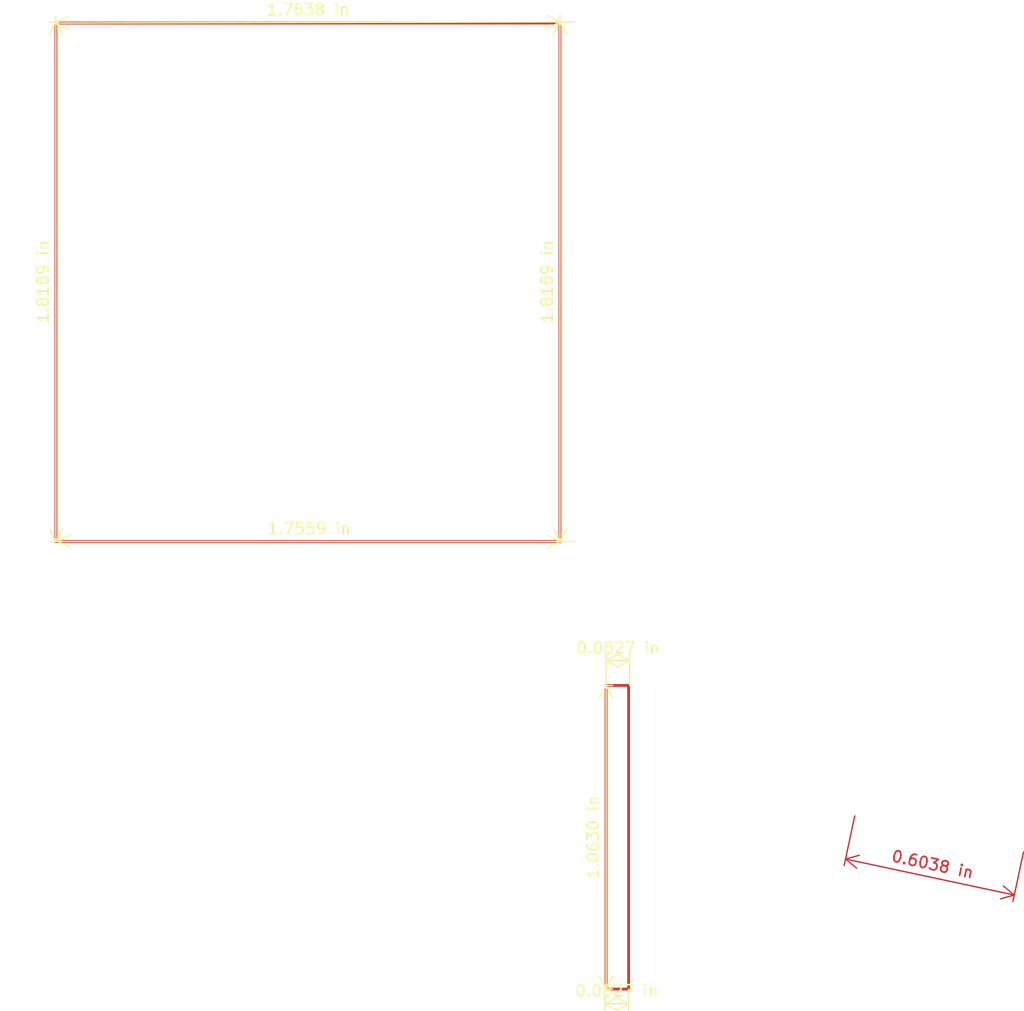
<source format=kicad_pcb>
(kicad_pcb (version 20171130) (host pcbnew "(5.1.2)-1")

  (general
    (thickness 1.6)
    (drawings 8)
    (tracks 8)
    (zones 0)
    (modules 0)
    (nets 1)
  )

  (page A4)
  (layers
    (0 F.Cu signal)
    (31 B.Cu signal)
    (32 B.Adhes user)
    (33 F.Adhes user)
    (34 B.Paste user)
    (35 F.Paste user)
    (36 B.SilkS user)
    (37 F.SilkS user)
    (38 B.Mask user)
    (39 F.Mask user)
    (40 Dwgs.User user)
    (41 Cmts.User user)
    (42 Eco1.User user)
    (43 Eco2.User user)
    (44 Edge.Cuts user)
    (45 Margin user)
    (46 B.CrtYd user)
    (47 F.CrtYd user)
    (48 B.Fab user)
    (49 F.Fab user)
  )

  (setup
    (last_trace_width 0.25)
    (trace_clearance 0.2)
    (zone_clearance 0.508)
    (zone_45_only no)
    (trace_min 0.2)
    (via_size 0.8)
    (via_drill 0.4)
    (via_min_size 0.4)
    (via_min_drill 0.3)
    (uvia_size 0.3)
    (uvia_drill 0.1)
    (uvias_allowed no)
    (uvia_min_size 0.2)
    (uvia_min_drill 0.1)
    (edge_width 0.05)
    (segment_width 0.2)
    (pcb_text_width 0.3)
    (pcb_text_size 1.5 1.5)
    (mod_edge_width 0.12)
    (mod_text_size 1 1)
    (mod_text_width 0.15)
    (pad_size 1.524 1.524)
    (pad_drill 0.762)
    (pad_to_mask_clearance 0.051)
    (solder_mask_min_width 0.25)
    (aux_axis_origin 0 0)
    (visible_elements 7FFFFFFF)
    (pcbplotparams
      (layerselection 0x010fc_ffffffff)
      (usegerberextensions false)
      (usegerberattributes false)
      (usegerberadvancedattributes false)
      (creategerberjobfile false)
      (excludeedgelayer true)
      (linewidth 0.100000)
      (plotframeref false)
      (viasonmask false)
      (mode 1)
      (useauxorigin false)
      (hpglpennumber 1)
      (hpglpenspeed 20)
      (hpglpendiameter 15.000000)
      (psnegative false)
      (psa4output false)
      (plotreference true)
      (plotvalue true)
      (plotinvisibletext false)
      (padsonsilk false)
      (subtractmaskfromsilk false)
      (outputformat 1)
      (mirror false)
      (drillshape 1)
      (scaleselection 1)
      (outputdirectory ""))
  )

  (net 0 "")

  (net_class Default "This is the default net class."
    (clearance 0.2)
    (trace_width 0.25)
    (via_dia 0.8)
    (via_drill 0.4)
    (uvia_dia 0.3)
    (uvia_drill 0.1)
  )

  (dimension 15.337536 (width 0.12) (layer F.Cu)
    (gr_text "15.338 mm" (at 168.316393 130.779408 348) (layer F.Cu)
      (effects (font (size 1 1) (thickness 0.15)))
    )
    (feature1 (pts (xy 176.9 127.3) (xy 175.959014 131.710873)))
    (feature2 (pts (xy 161.9 124.1) (xy 160.959014 128.510873)))
    (crossbar (pts (xy 161.081364 127.937357) (xy 176.081364 131.137357)))
    (arrow1a (pts (xy 176.081364 131.137357) (xy 174.857301 131.47584)))
    (arrow1b (pts (xy 176.081364 131.137357) (xy 175.102001 130.32881)))
    (arrow2a (pts (xy 161.081364 127.937357) (xy 162.060727 128.745904)))
    (arrow2b (pts (xy 161.081364 127.937357) (xy 162.305427 127.598874)))
  )
  (dimension 2.1 (width 0.12) (layer F.SilkS)
    (gr_text "2.100 mm" (at 140.85 109.03) (layer F.SilkS)
      (effects (font (size 1 1) (thickness 0.15)))
    )
    (feature1 (pts (xy 141.9 112.5) (xy 141.9 109.713579)))
    (feature2 (pts (xy 139.8 112.5) (xy 139.8 109.713579)))
    (crossbar (pts (xy 139.8 110.3) (xy 141.9 110.3)))
    (arrow1a (pts (xy 141.9 110.3) (xy 140.773496 110.886421)))
    (arrow1b (pts (xy 141.9 110.3) (xy 140.773496 109.713579)))
    (arrow2a (pts (xy 139.8 110.3) (xy 140.926504 110.886421)))
    (arrow2b (pts (xy 139.8 110.3) (xy 140.926504 109.713579)))
  )
  (dimension 2.1 (width 0.12) (layer F.SilkS)
    (gr_text "2.100 mm" (at 140.75 142.07) (layer F.SilkS)
      (effects (font (size 1 1) (thickness 0.15)))
    )
    (feature1 (pts (xy 141.8 139.5) (xy 141.8 141.386421)))
    (feature2 (pts (xy 139.7 139.5) (xy 139.7 141.386421)))
    (crossbar (pts (xy 139.7 140.8) (xy 141.8 140.8)))
    (arrow1a (pts (xy 141.8 140.8) (xy 140.673496 141.386421)))
    (arrow1b (pts (xy 141.8 140.8) (xy 140.673496 140.213579)))
    (arrow2a (pts (xy 139.7 140.8) (xy 140.826504 141.386421)))
    (arrow2b (pts (xy 139.7 140.8) (xy 140.826504 140.213579)))
  )
  (dimension 27 (width 0.12) (layer F.SilkS)
    (gr_text "27.000 mm" (at 141.07 126 90) (layer F.SilkS)
      (effects (font (size 1 1) (thickness 0.15)))
    )
    (feature1 (pts (xy 139.7 112.5) (xy 140.386421 112.5)))
    (feature2 (pts (xy 139.7 139.5) (xy 140.386421 139.5)))
    (crossbar (pts (xy 139.8 139.5) (xy 139.8 112.5)))
    (arrow1a (pts (xy 139.8 112.5) (xy 140.386421 113.626504)))
    (arrow1b (pts (xy 139.8 112.5) (xy 139.213579 113.626504)))
    (arrow2a (pts (xy 139.8 139.5) (xy 140.386421 138.373496)))
    (arrow2b (pts (xy 139.8 139.5) (xy 139.213579 138.373496)))
  )
  (dimension 46.2 (width 0.12) (layer F.SilkS)
    (gr_text "46.200 mm" (at 89.63 76.6 90) (layer F.SilkS)
      (effects (font (size 1 1) (thickness 0.15)))
    )
    (feature1 (pts (xy 91.1 53.5) (xy 90.313579 53.5)))
    (feature2 (pts (xy 91.1 99.7) (xy 90.313579 99.7)))
    (crossbar (pts (xy 90.9 99.7) (xy 90.9 53.5)))
    (arrow1a (pts (xy 90.9 53.5) (xy 91.486421 54.626504)))
    (arrow1b (pts (xy 90.9 53.5) (xy 90.313579 54.626504)))
    (arrow2a (pts (xy 90.9 99.7) (xy 91.486421 98.573496)))
    (arrow2b (pts (xy 90.9 99.7) (xy 90.313579 98.573496)))
  )
  (dimension 44.6 (width 0.12) (layer F.SilkS)
    (gr_text "44.600 mm" (at 113.4 98.43) (layer F.SilkS)
      (effects (font (size 1 1) (thickness 0.15)))
    )
    (feature1 (pts (xy 91.1 99.7) (xy 91.1 99.113579)))
    (feature2 (pts (xy 135.7 99.7) (xy 135.7 99.113579)))
    (crossbar (pts (xy 135.7 99.7) (xy 91.1 99.7)))
    (arrow1a (pts (xy 91.1 99.7) (xy 92.226504 99.113579)))
    (arrow1b (pts (xy 91.1 99.7) (xy 92.226504 100.286421)))
    (arrow2a (pts (xy 135.7 99.7) (xy 134.573496 99.113579)))
    (arrow2b (pts (xy 135.7 99.7) (xy 134.573496 100.286421)))
  )
  (dimension 46.2 (width 0.12) (layer F.SilkS)
    (gr_text "46.200 mm" (at 134.43 76.6 270) (layer F.SilkS)
      (effects (font (size 1 1) (thickness 0.15)))
    )
    (feature1 (pts (xy 137 99.7) (xy 135.113579 99.7)))
    (feature2 (pts (xy 137 53.5) (xy 135.113579 53.5)))
    (crossbar (pts (xy 135.7 53.5) (xy 135.7 99.7)))
    (arrow1a (pts (xy 135.7 99.7) (xy 135.113579 98.573496)))
    (arrow1b (pts (xy 135.7 99.7) (xy 136.286421 98.573496)))
    (arrow2a (pts (xy 135.7 53.5) (xy 135.113579 54.626504)))
    (arrow2b (pts (xy 135.7 53.5) (xy 136.286421 54.626504)))
  )
  (dimension 44.800112 (width 0.12) (layer F.SilkS)
    (gr_text "44.800 mm" (at 113.297165 52.27978 0.1278921526) (layer F.SilkS)
      (effects (font (size 1 1) (thickness 0.15)))
    )
    (feature1 (pts (xy 135.7 53.5) (xy 135.698691 52.913358)))
    (feature2 (pts (xy 90.9 53.6) (xy 90.898691 53.013358)))
    (crossbar (pts (xy 90.9 53.599777) (xy 135.7 53.499777)))
    (arrow1a (pts (xy 135.7 53.499777) (xy 134.574808 54.088711)))
    (arrow1b (pts (xy 135.7 53.499777) (xy 134.57219 52.915872)))
    (arrow2a (pts (xy 90.9 53.599777) (xy 92.02781 54.183682)))
    (arrow2b (pts (xy 90.9 53.599777) (xy 92.025192 53.010843)))
  )

  (segment (start 90.9 53.6) (end 135.7 53.6) (width 0.25) (layer F.Cu) (net 0))
  (segment (start 135.7 53.6) (end 135.7 99.7) (width 0.25) (layer F.Cu) (net 0))
  (segment (start 135.7 99.7) (end 90.9 99.7) (width 0.25) (layer F.Cu) (net 0))
  (segment (start 90.9 99.7) (end 90.9 53.6) (width 0.25) (layer F.Cu) (net 0))
  (segment (start 139.8 139.5) (end 141.8 139.5) (width 0.25) (layer F.Cu) (net 0))
  (segment (start 141.8 139.5) (end 141.8 112.5) (width 0.25) (layer F.Cu) (net 0))
  (segment (start 141.8 112.5) (end 139.8 112.5) (width 0.25) (layer F.Cu) (net 0))
  (segment (start 139.8 112.5) (end 139.8 139.5) (width 0.25) (layer F.Cu) (net 0))

)

</source>
